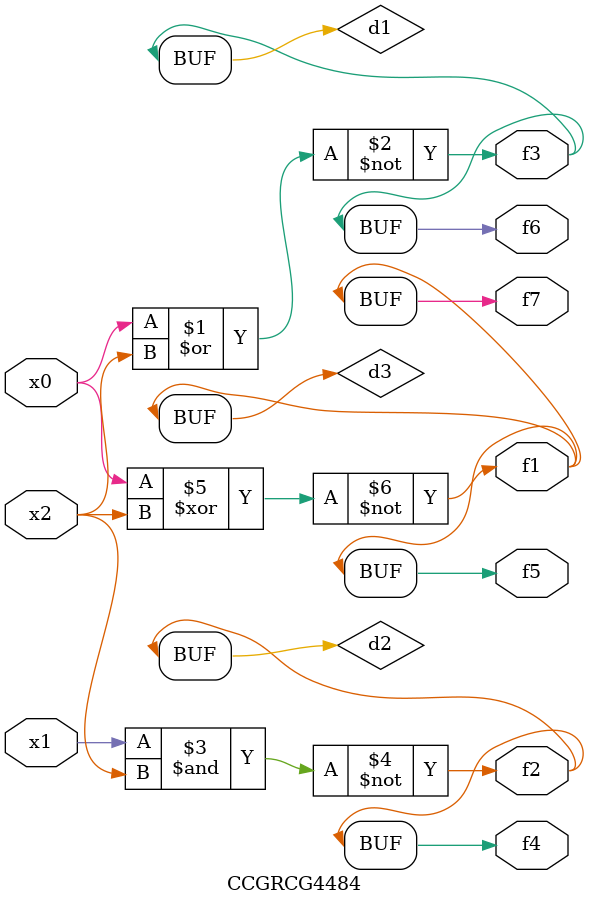
<source format=v>
module CCGRCG4484(
	input x0, x1, x2,
	output f1, f2, f3, f4, f5, f6, f7
);

	wire d1, d2, d3;

	nor (d1, x0, x2);
	nand (d2, x1, x2);
	xnor (d3, x0, x2);
	assign f1 = d3;
	assign f2 = d2;
	assign f3 = d1;
	assign f4 = d2;
	assign f5 = d3;
	assign f6 = d1;
	assign f7 = d3;
endmodule

</source>
